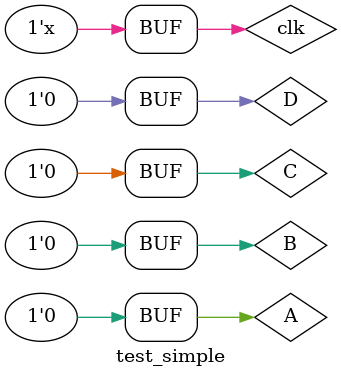
<source format=v>
`timescale 1ns / 1ps


module test_simple;

	// Inputs
	reg A;
	reg B;
	reg C;
	reg D;

	// Outputs
	wire E;
	wire F;

	// Instantiate the Unit Under Test (UUT)
	simple uut (
		.E(E), 
		.F(F), 
		.A(A), 
		.B(B), 
		.C(C), 
		.D(D)
	);

	initial begin
		// Initialize Inputs
		A = 0;
		B = 0;
		C = 0;
		D = 0;

		// Wait 100 ns for global reset to finish
		#100;
        
		// Add stimulus here

	end
	
	always
		#5 clk = ! clk;
      
endmodule


</source>
